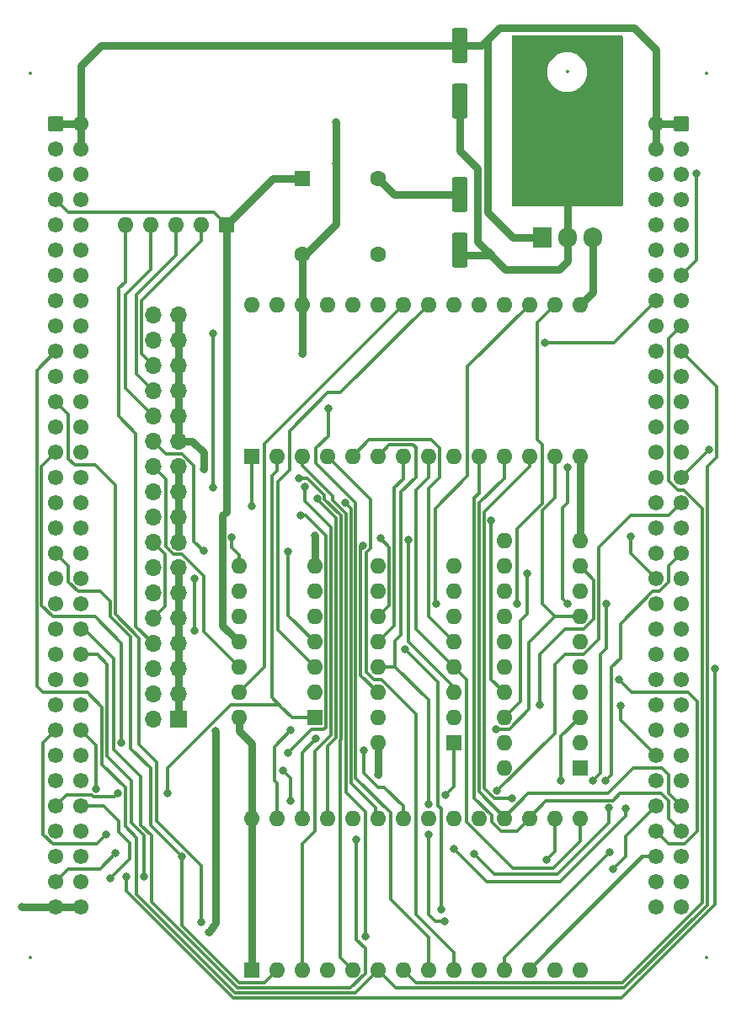
<source format=gtl>
%TF.GenerationSoftware,KiCad,Pcbnew,8.0.5+1*%
%TF.CreationDate,2024-11-07T11:26:01+01:00*%
%TF.ProjectId,QL_MiniTrump3,514c5f4d-696e-4695-9472-756d70332e6b,02*%
%TF.SameCoordinates,Original*%
%TF.FileFunction,Copper,L1,Top*%
%TF.FilePolarity,Positive*%
%FSLAX46Y46*%
G04 Gerber Fmt 4.6, Leading zero omitted, Abs format (unit mm)*
G04 Created by KiCad (PCBNEW 8.0.5+1) date 2024-11-07 11:26:01*
%MOMM*%
%LPD*%
G01*
G04 APERTURE LIST*
G04 Aperture macros list*
%AMRoundRect*
0 Rectangle with rounded corners*
0 $1 Rounding radius*
0 $2 $3 $4 $5 $6 $7 $8 $9 X,Y pos of 4 corners*
0 Add a 4 corners polygon primitive as box body*
4,1,4,$2,$3,$4,$5,$6,$7,$8,$9,$2,$3,0*
0 Add four circle primitives for the rounded corners*
1,1,$1+$1,$2,$3*
1,1,$1+$1,$4,$5*
1,1,$1+$1,$6,$7*
1,1,$1+$1,$8,$9*
0 Add four rect primitives between the rounded corners*
20,1,$1+$1,$2,$3,$4,$5,0*
20,1,$1+$1,$4,$5,$6,$7,0*
20,1,$1+$1,$6,$7,$8,$9,0*
20,1,$1+$1,$8,$9,$2,$3,0*%
G04 Aperture macros list end*
%TA.AperFunction,ComponentPad*%
%ADD10R,1.905000X2.000000*%
%TD*%
%TA.AperFunction,ComponentPad*%
%ADD11O,1.905000X2.000000*%
%TD*%
%TA.AperFunction,ComponentPad*%
%ADD12R,1.600000X1.600000*%
%TD*%
%TA.AperFunction,ComponentPad*%
%ADD13O,1.600000X1.600000*%
%TD*%
%TA.AperFunction,ComponentPad*%
%ADD14RoundRect,0.249999X-0.525001X0.525001X-0.525001X-0.525001X0.525001X-0.525001X0.525001X0.525001X0*%
%TD*%
%TA.AperFunction,ComponentPad*%
%ADD15C,1.550000*%
%TD*%
%TA.AperFunction,ComponentPad*%
%ADD16R,1.700000X1.700000*%
%TD*%
%TA.AperFunction,ComponentPad*%
%ADD17O,1.700000X1.700000*%
%TD*%
%TA.AperFunction,ComponentPad*%
%ADD18RoundRect,0.249999X0.525001X-0.525001X0.525001X0.525001X-0.525001X0.525001X-0.525001X-0.525001X0*%
%TD*%
%TA.AperFunction,SMDPad,CuDef*%
%ADD19RoundRect,0.250000X-0.550000X1.500000X-0.550000X-1.500000X0.550000X-1.500000X0.550000X1.500000X0*%
%TD*%
%TA.AperFunction,ComponentPad*%
%ADD20C,1.600000*%
%TD*%
%TA.AperFunction,ViaPad*%
%ADD21C,0.800000*%
%TD*%
%TA.AperFunction,Conductor*%
%ADD22C,0.750000*%
%TD*%
%TA.AperFunction,Conductor*%
%ADD23C,0.350000*%
%TD*%
%ADD24C,0.350000*%
G04 APERTURE END LIST*
D10*
%TO.P,U18,1,VI*%
%TO.N,+9V*%
X182372000Y-65913000D03*
D11*
%TO.P,U18,2,GND*%
%TO.N,GND*%
X184912000Y-65913000D03*
%TO.P,U18,3,VO*%
%TO.N,+5V*%
X187452000Y-65913000D03*
%TD*%
D12*
%TO.P,U14,1,VPP*%
%TO.N,+5V*%
X153162000Y-139573000D03*
D13*
%TO.P,U14,2,A12*%
%TO.N,/A12*%
X155702000Y-139573000D03*
%TO.P,U14,3,A7*%
%TO.N,/A7*%
X158242000Y-139573000D03*
%TO.P,U14,4,A6*%
%TO.N,/A6*%
X160782000Y-139573000D03*
%TO.P,U14,5,A5*%
%TO.N,/A5*%
X163322000Y-139573000D03*
%TO.P,U14,6,A4*%
%TO.N,/A4*%
X165862000Y-139573000D03*
%TO.P,U14,7,A3*%
%TO.N,/A3*%
X168402000Y-139573000D03*
%TO.P,U14,8,A2*%
%TO.N,/A2*%
X170942000Y-139573000D03*
%TO.P,U14,9,A1*%
%TO.N,/A1*%
X173482000Y-139573000D03*
%TO.P,U14,10,A0*%
%TO.N,/A0*%
X176022000Y-139573000D03*
%TO.P,U14,11,D0*%
%TO.N,/D0*%
X178562000Y-139573000D03*
%TO.P,U14,12,D1*%
%TO.N,/D1*%
X181102000Y-139573000D03*
%TO.P,U14,13,D2*%
%TO.N,/D2*%
X183642000Y-139573000D03*
%TO.P,U14,14,GND*%
%TO.N,GND*%
X186182000Y-139573000D03*
%TO.P,U14,15,D3*%
%TO.N,/D3*%
X186182000Y-124333000D03*
%TO.P,U14,16,D4*%
%TO.N,/D4*%
X183642000Y-124333000D03*
%TO.P,U14,17,D5*%
%TO.N,/D5*%
X181102000Y-124333000D03*
%TO.P,U14,18,D6*%
%TO.N,/D6*%
X178562000Y-124333000D03*
%TO.P,U14,19,D7*%
%TO.N,/D7*%
X176022000Y-124333000D03*
%TO.P,U14,20,~{CE}*%
%TO.N,/ROM_CE*%
X173482000Y-124333000D03*
%TO.P,U14,21,A10*%
%TO.N,/A10*%
X170942000Y-124333000D03*
%TO.P,U14,22,~{OE}*%
%TO.N,/ROM_OE*%
X168402000Y-124333000D03*
%TO.P,U14,23,A11*%
%TO.N,/A11*%
X165862000Y-124333000D03*
%TO.P,U14,24,A9*%
%TO.N,/A9*%
X163322000Y-124333000D03*
%TO.P,U14,25,A8*%
%TO.N,/A8*%
X160782000Y-124333000D03*
%TO.P,U14,26,A13*%
%TO.N,/A13*%
X158242000Y-124333000D03*
%TO.P,U14,27,A14*%
%TO.N,/A14*%
X155702000Y-124333000D03*
%TO.P,U14,28,VCC*%
%TO.N,+5V*%
X153162000Y-124333000D03*
%TD*%
D14*
%TO.P,J1,a1,Vin*%
%TO.N,+9V*%
X133477000Y-54483000D03*
D15*
%TO.P,J1,a2,-12V*%
%TO.N,unconnected-(J1--12V-Pada2)*%
X133477000Y-57023000D03*
%TO.P,J1,a3,+12V*%
%TO.N,unconnected-(J1-+12V-Pada3)*%
X133477000Y-59563000D03*
%TO.P,J1,a4,SP0*%
%TO.N,+5V*%
X133477000Y-62103000D03*
%TO.P,J1,a5,SP1*%
%TO.N,/SP1*%
X133477000Y-64643000D03*
%TO.P,J1,a6,~{DSMC}*%
%TO.N,/DSMC*%
X133477000Y-67183000D03*
%TO.P,J1,a7,SP2*%
%TO.N,/SP2*%
X133477000Y-69723000D03*
%TO.P,J1,a8,~{DBG}*%
%TO.N,unconnected-(J1-~{DBG}-Pada8)*%
X133477000Y-72263000D03*
%TO.P,J1,a9,A3*%
%TO.N,/A3*%
X133477000Y-74803000D03*
%TO.P,J1,a10,A4*%
%TO.N,/A4*%
X133477000Y-77343000D03*
%TO.P,J1,a11,A5*%
%TO.N,/A5*%
X133477000Y-79883000D03*
%TO.P,J1,a12,A6*%
%TO.N,/A6*%
X133477000Y-82423000D03*
%TO.P,J1,a13,A7*%
%TO.N,/A7*%
X133477000Y-84963000D03*
%TO.P,J1,a14,A8*%
%TO.N,/A8*%
X133477000Y-87503000D03*
%TO.P,J1,a15,A9*%
%TO.N,/A9*%
X133477000Y-90043000D03*
%TO.P,J1,a16,A10*%
%TO.N,/A10*%
X133477000Y-92583000D03*
%TO.P,J1,a17,A11*%
%TO.N,/A11*%
X133477000Y-95123000D03*
%TO.P,J1,a18,A12*%
%TO.N,/A12*%
X133477000Y-97663000D03*
%TO.P,J1,a19,A13*%
%TO.N,/A13*%
X133477000Y-100203000D03*
%TO.P,J1,a20,A14*%
%TO.N,/A14*%
X133477000Y-102743000D03*
%TO.P,J1,a21,RED*%
%TO.N,unconnected-(J1-RED-Pada21)*%
X133477000Y-105283000D03*
%TO.P,J1,a22,CLKCPU*%
%TO.N,unconnected-(J1-CLKCPU-Pada22)*%
X133477000Y-107823000D03*
%TO.P,J1,a23,A16*%
%TO.N,/A16*%
X133477000Y-110363000D03*
%TO.P,J1,a24,A17*%
%TO.N,/A17*%
X133477000Y-112903000D03*
%TO.P,J1,a25,A18*%
%TO.N,/A18*%
X133477000Y-115443000D03*
%TO.P,J1,a26,A19*%
%TO.N,/A19*%
X133477000Y-117983000D03*
%TO.P,J1,a27,D7*%
%TO.N,/D7*%
X133477000Y-120523000D03*
%TO.P,J1,a28,D6*%
%TO.N,/D6*%
X133477000Y-123063000D03*
%TO.P,J1,a29,D5*%
%TO.N,/D5*%
X133477000Y-125603000D03*
%TO.P,J1,a30,D4*%
%TO.N,/D4*%
X133477000Y-128143000D03*
%TO.P,J1,a31,D3*%
%TO.N,/D3*%
X133477000Y-130683000D03*
%TO.P,J1,a32,GND*%
%TO.N,GND*%
X133477000Y-133223000D03*
%TO.P,J1,b1,Vin*%
%TO.N,+9V*%
X136017000Y-54483000D03*
%TO.P,J1,b2,Vin*%
X136017000Y-57023000D03*
%TO.P,J1,b3,~{EXTINT}*%
%TO.N,/EXTINTL*%
X136017000Y-59563000D03*
%TO.P,J1,b4,~{IPL1}*%
%TO.N,unconnected-(J1-~{IPL1}-Padb4)*%
X136017000Y-62103000D03*
%TO.P,J1,b5,~{BERR}*%
%TO.N,Net-(J1-~{BERR})*%
X136017000Y-64643000D03*
%TO.P,J1,b6,~{IPLO}*%
%TO.N,unconnected-(J1-~{IPLO}-Padb6)*%
X136017000Y-67183000D03*
%TO.P,J1,b7,SP3*%
%TO.N,/SP3*%
X136017000Y-69723000D03*
%TO.P,J1,b8,A2*%
%TO.N,/A2*%
X136017000Y-72263000D03*
%TO.P,J1,b9,G9*%
%TO.N,/A1*%
X136017000Y-74803000D03*
%TO.P,J1,b10,ROMOEH*%
%TO.N,unconnected-(J1-ROMOEH-Padb10)*%
X136017000Y-77343000D03*
%TO.P,J1,b11,A0*%
%TO.N,/A0*%
X136017000Y-79883000D03*
%TO.P,J1,b12,FC0*%
%TO.N,unconnected-(J1-FC0-Padb12)*%
X136017000Y-82423000D03*
%TO.P,J1,b13,FC1*%
%TO.N,unconnected-(J1-FC1-Padb13)*%
X136017000Y-84963000D03*
%TO.P,J1,b14,FC2*%
%TO.N,unconnected-(J1-FC2-Padb14)*%
X136017000Y-87503000D03*
%TO.P,J1,b15,BLUE*%
%TO.N,unconnected-(J1-BLUE-Padb15)*%
X136017000Y-90043000D03*
%TO.P,J1,b16,GREEN*%
%TO.N,unconnected-(J1-GREEN-Padb16)*%
X136017000Y-92583000D03*
%TO.P,J1,b17,~{VPA}*%
%TO.N,/VPA*%
X136017000Y-95123000D03*
%TO.P,J1,b18,VSYNCH*%
%TO.N,unconnected-(J1-VSYNCH-Padb18)*%
X136017000Y-97663000D03*
%TO.P,J1,b19,E*%
%TO.N,/E*%
X136017000Y-100203000D03*
%TO.P,J1,b20,~{CSYNC}*%
%TO.N,unconnected-(J1-~{CSYNC}-Padb20)*%
X136017000Y-102743000D03*
%TO.P,J1,b21,~{RESETCPU}*%
%TO.N,/RESET*%
X136017000Y-105283000D03*
%TO.P,J1,b22,A15*%
%TO.N,/A15*%
X136017000Y-107823000D03*
%TO.P,J1,b23,~{BR}*%
%TO.N,unconnected-(J1-~{BR}-Padb23)*%
X136017000Y-110363000D03*
%TO.P,J1,b24,~{BG}*%
%TO.N,unconnected-(J1-~{BG}-Padb24)*%
X136017000Y-112903000D03*
%TO.P,J1,b25,~{DTACK}*%
%TO.N,/DTACKL*%
X136017000Y-115443000D03*
%TO.P,J1,b26,~{DRW}*%
%TO.N,/RW*%
X136017000Y-117983000D03*
%TO.P,J1,b27,~{DS}*%
%TO.N,/DS*%
X136017000Y-120523000D03*
%TO.P,J1,b28,~{AS}*%
%TO.N,/AS*%
X136017000Y-123063000D03*
%TO.P,J1,b29,D0*%
%TO.N,/D0*%
X136017000Y-125603000D03*
%TO.P,J1,b30,D1*%
%TO.N,/D1*%
X136017000Y-128143000D03*
%TO.P,J1,b31,D2*%
%TO.N,/D2*%
X136017000Y-130683000D03*
%TO.P,J1,b32,GND*%
%TO.N,GND*%
X136017000Y-133223000D03*
%TD*%
D16*
%TO.P,J2,1,Pin_1*%
%TO.N,GND*%
X145796000Y-114300000D03*
D17*
%TO.P,J2,2,Pin_2*%
%TO.N,unconnected-(J2-Pin_2-Pad2)*%
X143256000Y-114300000D03*
%TO.P,J2,3,Pin_3*%
%TO.N,GND*%
X145796000Y-111760000D03*
%TO.P,J2,4,Pin_4*%
%TO.N,unconnected-(J2-Pin_4-Pad4)*%
X143256000Y-111760000D03*
%TO.P,J2,5,Pin_5*%
%TO.N,GND*%
X145796000Y-109220000D03*
%TO.P,J2,6,Pin_6*%
%TO.N,unconnected-(J2-Pin_6-Pad6)*%
X143256000Y-109220000D03*
%TO.P,J2,7,Pin_7*%
%TO.N,GND*%
X145796000Y-106680000D03*
%TO.P,J2,8,Pin_8*%
%TO.N,/FDC_IP*%
X143256000Y-106680000D03*
%TO.P,J2,9,Pin_9*%
%TO.N,GND*%
X145796000Y-104140000D03*
%TO.P,J2,10,Pin_10*%
%TO.N,/MOTOR_ON*%
X143256000Y-104140000D03*
%TO.P,J2,11,Pin_11*%
%TO.N,GND*%
X145796000Y-101600000D03*
%TO.P,J2,12,Pin_12*%
%TO.N,/DS1*%
X143256000Y-101600000D03*
%TO.P,J2,13,Pin_13*%
%TO.N,GND*%
X145796000Y-99060000D03*
%TO.P,J2,14,Pin_14*%
%TO.N,/DS0*%
X143256000Y-99060000D03*
%TO.P,J2,15,Pin_15*%
%TO.N,GND*%
X145796000Y-96520000D03*
%TO.P,J2,16,Pin_16*%
%TO.N,/MOTOR_ON*%
X143256000Y-96520000D03*
%TO.P,J2,17,Pin_17*%
%TO.N,GND*%
X145796000Y-93980000D03*
%TO.P,J2,18,Pin_18*%
%TO.N,/DIR*%
X143256000Y-93980000D03*
%TO.P,J2,19,Pin_19*%
%TO.N,GND*%
X145796000Y-91440000D03*
%TO.P,J2,20,Pin_20*%
%TO.N,/STEP*%
X143256000Y-91440000D03*
%TO.P,J2,21,Pin_21*%
%TO.N,GND*%
X145796000Y-88900000D03*
%TO.P,J2,22,Pin_22*%
%TO.N,/DATA_WR*%
X143256000Y-88900000D03*
%TO.P,J2,23,Pin_23*%
%TO.N,GND*%
X145796000Y-86360000D03*
%TO.P,J2,24,Pin_24*%
%TO.N,/GATE_WR*%
X143256000Y-86360000D03*
%TO.P,J2,25,Pin_25*%
%TO.N,GND*%
X145796000Y-83820000D03*
%TO.P,J2,26,Pin_26*%
%TO.N,/FDC_T0*%
X143256000Y-83820000D03*
%TO.P,J2,27,Pin_27*%
%TO.N,GND*%
X145796000Y-81280000D03*
%TO.P,J2,28,Pin_28*%
%TO.N,/FDC_WPRT*%
X143256000Y-81280000D03*
%TO.P,J2,29,Pin_29*%
%TO.N,GND*%
X145796000Y-78740000D03*
%TO.P,J2,30,Pin_30*%
%TO.N,/FDC_RD*%
X143256000Y-78740000D03*
%TO.P,J2,31,Pin_31*%
%TO.N,GND*%
X145796000Y-76200000D03*
%TO.P,J2,32,Pin_32*%
%TO.N,/HEAD*%
X143256000Y-76200000D03*
%TO.P,J2,33,Pin_33*%
%TO.N,GND*%
X145796000Y-73660000D03*
%TO.P,J2,34,Pin_34*%
%TO.N,unconnected-(J2-Pin_34-Pad34)*%
X143256000Y-73660000D03*
%TD*%
D18*
%TO.P,J3,a1,Vin*%
%TO.N,+9V*%
X196342000Y-54483000D03*
D15*
%TO.P,J3,a2,-12V*%
%TO.N,unconnected-(J3--12V-Pada2)*%
X196342000Y-57023000D03*
%TO.P,J3,a3,+12V*%
%TO.N,unconnected-(J3-+12V-Pada3)*%
X196342000Y-59563000D03*
%TO.P,J3,a4,SP0*%
%TO.N,/SP0*%
X196342000Y-62103000D03*
%TO.P,J3,a5,SP1*%
%TO.N,/SP1*%
X196342000Y-64643000D03*
%TO.P,J3,a6,~{DSMC}*%
%TO.N,/DSMC*%
X196342000Y-67183000D03*
%TO.P,J3,a7,SP2*%
%TO.N,/SP2*%
X196342000Y-69723000D03*
%TO.P,J3,a8,~{DBG}*%
%TO.N,unconnected-(J3-~{DBG}-Pada8)*%
X196342000Y-72263000D03*
%TO.P,J3,a9,A3*%
%TO.N,/A3*%
X196342000Y-74803000D03*
%TO.P,J3,a10,A4*%
%TO.N,/A4*%
X196342000Y-77343000D03*
%TO.P,J3,a11,A5*%
%TO.N,/A5*%
X196342000Y-79883000D03*
%TO.P,J3,a12,A6*%
%TO.N,/A6*%
X196342000Y-82423000D03*
%TO.P,J3,a13,A7*%
%TO.N,/A7*%
X196342000Y-84963000D03*
%TO.P,J3,a14,A8*%
%TO.N,/A8*%
X196342000Y-87503000D03*
%TO.P,J3,a15,A9*%
%TO.N,/A9*%
X196342000Y-90043000D03*
%TO.P,J3,a16,A10*%
%TO.N,/A10*%
X196342000Y-92583000D03*
%TO.P,J3,a17,A11*%
%TO.N,/A11*%
X196342000Y-95123000D03*
%TO.P,J3,a18,A12*%
%TO.N,/A12*%
X196342000Y-97663000D03*
%TO.P,J3,a19,A13*%
%TO.N,/A13*%
X196342000Y-100203000D03*
%TO.P,J3,a20,A14*%
%TO.N,/A14*%
X196342000Y-102743000D03*
%TO.P,J3,a21,RED*%
%TO.N,unconnected-(J3-RED-Pada21)*%
X196342000Y-105283000D03*
%TO.P,J3,a22,CLKCPU*%
%TO.N,unconnected-(J3-CLKCPU-Pada22)*%
X196342000Y-107823000D03*
%TO.P,J3,a23,A16*%
%TO.N,/A16*%
X196342000Y-110363000D03*
%TO.P,J3,a24,A17*%
%TO.N,/A17*%
X196342000Y-112903000D03*
%TO.P,J3,a25,A18*%
%TO.N,/A18*%
X196342000Y-115443000D03*
%TO.P,J3,a26,A19*%
%TO.N,/A19*%
X196342000Y-117983000D03*
%TO.P,J3,a27,D7*%
%TO.N,/D7*%
X196342000Y-120523000D03*
%TO.P,J3,a28,D6*%
%TO.N,/D6*%
X196342000Y-123063000D03*
%TO.P,J3,a29,D5*%
%TO.N,/D5*%
X196342000Y-125603000D03*
%TO.P,J3,a30,D4*%
%TO.N,/D4*%
X196342000Y-128143000D03*
%TO.P,J3,a31,D3*%
%TO.N,/D3*%
X196342000Y-130683000D03*
%TO.P,J3,a32,GND*%
%TO.N,GND*%
X196342000Y-133223000D03*
%TO.P,J3,b1,Vin*%
%TO.N,+9V*%
X193802000Y-54483000D03*
%TO.P,J3,b2,Vin*%
X193802000Y-57023000D03*
%TO.P,J3,b3,~{EXTINT}*%
%TO.N,/EXTINTL*%
X193802000Y-59563000D03*
%TO.P,J3,b4,~{IPL1}*%
%TO.N,unconnected-(J3-~{IPL1}-Padb4)*%
X193802000Y-62103000D03*
%TO.P,J3,b5,~{BERR}*%
%TO.N,unconnected-(J3-~{BERR}-Padb5)*%
X193802000Y-64643000D03*
%TO.P,J3,b6,~{IPLO}*%
%TO.N,unconnected-(J3-~{IPLO}-Padb6)*%
X193802000Y-67183000D03*
%TO.P,J3,b7,SP3*%
%TO.N,/SP3*%
X193802000Y-69723000D03*
%TO.P,J3,b8,A2*%
%TO.N,/A2*%
X193802000Y-72263000D03*
%TO.P,J3,b9,G9*%
%TO.N,/A1*%
X193802000Y-74803000D03*
%TO.P,J3,b10,ROMOEH*%
%TO.N,unconnected-(J3-ROMOEH-Padb10)*%
X193802000Y-77343000D03*
%TO.P,J3,b11,A0*%
%TO.N,/A0*%
X193802000Y-79883000D03*
%TO.P,J3,b12,FC0*%
%TO.N,unconnected-(J3-FC0-Padb12)*%
X193802000Y-82423000D03*
%TO.P,J3,b13,FC1*%
%TO.N,unconnected-(J3-FC1-Padb13)*%
X193802000Y-84963000D03*
%TO.P,J3,b14,FC2*%
%TO.N,unconnected-(J3-FC2-Padb14)*%
X193802000Y-87503000D03*
%TO.P,J3,b15,BLUE*%
%TO.N,unconnected-(J3-BLUE-Padb15)*%
X193802000Y-90043000D03*
%TO.P,J3,b16,GREEN*%
%TO.N,unconnected-(J3-GREEN-Padb16)*%
X193802000Y-92583000D03*
%TO.P,J3,b17,~{VPA}*%
%TO.N,/VPA*%
X193802000Y-95123000D03*
%TO.P,J3,b18,VSYNCH*%
%TO.N,unconnected-(J3-VSYNCH-Padb18)*%
X193802000Y-97663000D03*
%TO.P,J3,b19,E*%
%TO.N,/E*%
X193802000Y-100203000D03*
%TO.P,J3,b20,~{CSYNC}*%
%TO.N,unconnected-(J3-~{CSYNC}-Padb20)*%
X193802000Y-102743000D03*
%TO.P,J3,b21,~{RESETCPU}*%
%TO.N,/RESET*%
X193802000Y-105283000D03*
%TO.P,J3,b22,A15*%
%TO.N,/A15*%
X193802000Y-107823000D03*
%TO.P,J3,b23,~{BR}*%
%TO.N,unconnected-(J3-~{BR}-Padb23)*%
X193802000Y-110363000D03*
%TO.P,J3,b24,~{BG}*%
%TO.N,unconnected-(J3-~{BG}-Padb24)*%
X193802000Y-112903000D03*
%TO.P,J3,b25,~{DTACK}*%
%TO.N,/DTACKL*%
X193802000Y-115443000D03*
%TO.P,J3,b26,~{DRW}*%
%TO.N,/RW*%
X193802000Y-117983000D03*
%TO.P,J3,b27,~{DS}*%
%TO.N,/DS*%
X193802000Y-120523000D03*
%TO.P,J3,b28,~{AS}*%
%TO.N,/AS*%
X193802000Y-123063000D03*
%TO.P,J3,b29,D0*%
%TO.N,/D0*%
X193802000Y-125603000D03*
%TO.P,J3,b30,D1*%
%TO.N,/D1*%
X193802000Y-128143000D03*
%TO.P,J3,b31,D2*%
%TO.N,/D2*%
X193802000Y-130683000D03*
%TO.P,J3,b32,GND*%
%TO.N,GND*%
X193802000Y-133223000D03*
%TD*%
D12*
%TO.P,U13,1,~{CS}*%
%TO.N,/FDCON_CS*%
X153162000Y-87889000D03*
D13*
%TO.P,U13,2,R/~{W}*%
%TO.N,/RW*%
X155702000Y-87889000D03*
%TO.P,U13,3,A0*%
%TO.N,/A0*%
X158242000Y-87889000D03*
%TO.P,U13,4,A1*%
%TO.N,/A1*%
X160782000Y-87889000D03*
%TO.P,U13,5,DI0*%
%TO.N,/D0*%
X163322000Y-87889000D03*
%TO.P,U13,6,DI1*%
%TO.N,/D1*%
X165862000Y-87889000D03*
%TO.P,U13,7,DI2*%
%TO.N,/D2*%
X168402000Y-87889000D03*
%TO.P,U13,8,DI3*%
%TO.N,/D3*%
X170942000Y-87889000D03*
%TO.P,U13,9,DI4*%
%TO.N,/D4*%
X173482000Y-87889000D03*
%TO.P,U13,10,DI5*%
%TO.N,/D5*%
X176022000Y-87889000D03*
%TO.P,U13,11,DI6*%
%TO.N,/D6*%
X178562000Y-87889000D03*
%TO.P,U13,12,DI7*%
%TO.N,/D7*%
X181102000Y-87889000D03*
%TO.P,U13,13,~{MR}*%
%TO.N,/RESET*%
X183642000Y-87889000D03*
%TO.P,U13,14,GND*%
%TO.N,GND*%
X186182000Y-87889000D03*
%TO.P,U13,15,VCC*%
%TO.N,+5V*%
X186182000Y-72649000D03*
%TO.P,U13,16,STEP*%
%TO.N,/FDC_STEP*%
X183642000Y-72649000D03*
%TO.P,U13,17,DIRC*%
%TO.N,/FDC_DIR*%
X181102000Y-72649000D03*
%TO.P,U13,18,CLK*%
%TO.N,Net-(U13-CLK)*%
X178562000Y-72649000D03*
%TO.P,U13,19,~{RD}*%
%TO.N,/FDC_RD*%
X176022000Y-72649000D03*
%TO.P,U13,20,MOTOR*%
%TO.N,unconnected-(U13-MOTOR-Pad20)*%
X173482000Y-72649000D03*
%TO.P,U13,21,WG*%
%TO.N,/FDC_WG*%
X170942000Y-72649000D03*
%TO.P,U13,22,WD*%
%TO.N,/FDC_WD*%
X168402000Y-72649000D03*
%TO.P,U13,23,~{TR00}*%
%TO.N,/FDC_T0*%
X165862000Y-72649000D03*
%TO.P,U13,24,~{IP}*%
%TO.N,/FDC_IP*%
X163322000Y-72649000D03*
%TO.P,U13,25,~{WPRT}*%
%TO.N,/FDC_WPRT*%
X160782000Y-72649000D03*
%TO.P,U13,26,~{DDEN}*%
%TO.N,GND*%
X158242000Y-72649000D03*
%TO.P,U13,27,DRQ*%
%TO.N,unconnected-(U13-DRQ-Pad27)*%
X155702000Y-72649000D03*
%TO.P,U13,28,INTRQ*%
%TO.N,unconnected-(U13-INTRQ-Pad28)*%
X153162000Y-72649000D03*
%TD*%
D19*
%TO.P,C16,1*%
%TO.N,+5V*%
X174117000Y-61583000D03*
%TO.P,C16,2*%
%TO.N,GND*%
X174117000Y-67183000D03*
%TD*%
D12*
%TO.P,U1,1,I1/CLK*%
%TO.N,/DS*%
X186182000Y-119253000D03*
D13*
%TO.P,U1,2,I2*%
%TO.N,/A19*%
X186182000Y-116713000D03*
%TO.P,U1,3,I3*%
%TO.N,/A18*%
X186182000Y-114173000D03*
%TO.P,U1,4,I4*%
%TO.N,/A17*%
X186182000Y-111633000D03*
%TO.P,U1,5,I5*%
%TO.N,/A16*%
X186182000Y-109093000D03*
%TO.P,U1,6,I6*%
%TO.N,/A15*%
X186182000Y-106553000D03*
%TO.P,U1,7,I7*%
%TO.N,/RESET*%
X186182000Y-104013000D03*
%TO.P,U1,8,I8*%
%TO.N,/A14*%
X186182000Y-101473000D03*
%TO.P,U1,9,I9*%
%TO.N,/A13*%
X186182000Y-98933000D03*
%TO.P,U1,10,GND*%
%TO.N,GND*%
X186182000Y-96393000D03*
%TO.P,U1,11,I10/~{OE}*%
%TO.N,/MUX*%
X178562000Y-96393000D03*
%TO.P,U1,12,IO8*%
%TO.N,Net-(D1-A)*%
X178562000Y-98933000D03*
%TO.P,U1,13,IO7*%
%TO.N,/P13*%
X178562000Y-101473000D03*
%TO.P,U1,14,IO6*%
%TO.N,/CLKCT*%
X178562000Y-104013000D03*
%TO.P,U1,15,IO5*%
%TO.N,/MA8*%
X178562000Y-106553000D03*
%TO.P,U1,16,IO4*%
%TO.N,unconnected-(U1-IO4-Pad16)*%
X178562000Y-109093000D03*
%TO.P,U1,17,I03*%
%TO.N,/FDCON_CS*%
X178562000Y-111633000D03*
%TO.P,U1,18,IO2*%
%TO.N,/CS175*%
X178562000Y-114173000D03*
%TO.P,U1,19,IO1*%
%TO.N,/ROM_CE*%
X178562000Y-116713000D03*
%TO.P,U1,20,VCC*%
%TO.N,+5V*%
X178562000Y-119253000D03*
%TD*%
D12*
%TO.P,U17,1,~{Mr}*%
%TO.N,/RESET*%
X173482000Y-116713000D03*
D13*
%TO.P,U17,2,Q0*%
%TO.N,unconnected-(U17-Q0-Pad2)*%
X173482000Y-114173000D03*
%TO.P,U17,3,~{Q0}*%
%TO.N,/HEAD*%
X173482000Y-111633000D03*
%TO.P,U17,4,D0*%
%TO.N,/D3*%
X173482000Y-109093000D03*
%TO.P,U17,5,D1*%
%TO.N,/D0*%
X173482000Y-106553000D03*
%TO.P,U17,6,~{Q1}*%
%TO.N,/DS1*%
X173482000Y-104013000D03*
%TO.P,U17,7,Q1*%
%TO.N,unconnected-(U17-Q1-Pad7)*%
X173482000Y-101473000D03*
%TO.P,U17,8,GND*%
%TO.N,GND*%
X173482000Y-98933000D03*
%TO.P,U17,9,Cp*%
%TO.N,/CS175*%
X165862000Y-98933000D03*
%TO.P,U17,10,Q2*%
%TO.N,unconnected-(U17-Q2-Pad10)*%
X165862000Y-101473000D03*
%TO.P,U17,11,~{Q2}*%
%TO.N,/MOTOR_ON*%
X165862000Y-104013000D03*
%TO.P,U17,12,D2*%
%TO.N,/D2*%
X165862000Y-106553000D03*
%TO.P,U17,13,D3*%
%TO.N,/D1*%
X165862000Y-109093000D03*
%TO.P,U17,14,~{Q3}*%
%TO.N,/DS0*%
X165862000Y-111633000D03*
%TO.P,U17,15,Q3*%
%TO.N,unconnected-(U17-Q3-Pad15)*%
X165862000Y-114173000D03*
%TO.P,U17,16,VCC*%
%TO.N,+5V*%
X165862000Y-116713000D03*
%TD*%
D12*
%TO.P,U15,1*%
%TO.N,/RW*%
X159512000Y-114173000D03*
D13*
%TO.P,U15,2*%
%TO.N,/ROM_OE*%
X159512000Y-111633000D03*
%TO.P,U15,3*%
%TO.N,/FDC_WG*%
X159512000Y-109093000D03*
%TO.P,U15,4*%
%TO.N,/GATE_WR*%
X159512000Y-106553000D03*
%TO.P,U15,5*%
%TO.N,/FDC_DIR*%
X159512000Y-104013000D03*
%TO.P,U15,6*%
%TO.N,/DIR*%
X159512000Y-101473000D03*
%TO.P,U15,7,GND*%
%TO.N,GND*%
X159512000Y-98933000D03*
%TO.P,U15,8*%
%TO.N,/STEP*%
X151892000Y-98933000D03*
%TO.P,U15,9*%
%TO.N,/FDC_STEP*%
X151892000Y-101473000D03*
%TO.P,U15,10*%
%TO.N,unconnected-(U15-Pad10)*%
X151892000Y-104013000D03*
%TO.P,U15,11*%
%TO.N,+5V*%
X151892000Y-106553000D03*
%TO.P,U15,12*%
%TO.N,/DATA_WR*%
X151892000Y-109093000D03*
%TO.P,U15,13*%
%TO.N,/FDC_WD*%
X151892000Y-111633000D03*
%TO.P,U15,14,VCC*%
%TO.N,+5V*%
X151892000Y-114173000D03*
%TD*%
D12*
%TO.P,X1,1,EN*%
%TO.N,+5V*%
X158242000Y-59944000D03*
D20*
%TO.P,X1,4,GND*%
%TO.N,GND*%
X158242000Y-67564000D03*
%TO.P,X1,5,OUT*%
%TO.N,Net-(U13-CLK)*%
X165862000Y-67564000D03*
%TO.P,X1,8,Vcc*%
%TO.N,+5V*%
X165862000Y-59944000D03*
%TD*%
D12*
%TO.P,RN1,1,common*%
%TO.N,+5V*%
X150622000Y-64643000D03*
D13*
%TO.P,RN1,2,R1*%
%TO.N,/FDC_RD*%
X148082000Y-64643000D03*
%TO.P,RN1,3,R2*%
%TO.N,/FDC_WPRT*%
X145542000Y-64643000D03*
%TO.P,RN1,4,R3*%
%TO.N,/FDC_T0*%
X143002000Y-64643000D03*
%TO.P,RN1,5,R4*%
%TO.N,/FDC_IP*%
X140462000Y-64643000D03*
%TD*%
D19*
%TO.P,C14,1*%
%TO.N,+9V*%
X174117000Y-46603000D03*
%TO.P,C14,2*%
%TO.N,GND*%
X174117000Y-52203000D03*
%TD*%
D21*
%TO.N,GND*%
X158242000Y-77597000D03*
X161644600Y-54329600D03*
X148844000Y-135763000D03*
X130048000Y-133223000D03*
X148353500Y-89174900D03*
X159512000Y-95834600D03*
X161644600Y-58410200D03*
X149571900Y-115504000D03*
%TO.N,/SP2*%
X197899900Y-59483100D03*
%TO.N,/A5*%
X157902400Y-90104300D03*
%TO.N,/A6*%
X148082000Y-134742600D03*
%TO.N,/A7*%
X158564400Y-90943300D03*
%TO.N,/A8*%
X159784000Y-92118800D03*
X140074500Y-116713000D03*
%TO.N,/A9*%
X199136000Y-87249000D03*
%TO.N,/A10*%
X177873300Y-121544500D03*
X156337000Y-119507000D03*
X157099000Y-122555000D03*
%TO.N,/A11*%
X162592900Y-92568900D03*
%TO.N,/A12*%
X146177000Y-128143000D03*
X188722000Y-120523000D03*
%TO.N,/A13*%
X182118000Y-112903000D03*
X159645600Y-116280900D03*
%TO.N,/A14*%
X157089900Y-115443000D03*
%TO.N,/A18*%
X184302000Y-120523000D03*
X138572000Y-125953000D03*
%TO.N,/D7*%
X173482000Y-127381000D03*
X190754000Y-123317000D03*
X179324000Y-122291250D03*
%TO.N,/D6*%
X139737000Y-121793000D03*
%TO.N,/D4*%
X187452000Y-120523000D03*
X188812000Y-102743000D03*
X182833300Y-128427100D03*
X184912000Y-89027000D03*
X184912000Y-102743000D03*
%TO.N,/D3*%
X139502000Y-127833000D03*
%TO.N,/A2*%
X182626000Y-76454000D03*
X160893800Y-83058000D03*
%TO.N,/A0*%
X164592000Y-136144000D03*
%TO.N,/E*%
X191262000Y-95928400D03*
X156845000Y-117729000D03*
X158114000Y-93849600D03*
%TO.N,/RESET*%
X177781200Y-115317400D03*
X172668400Y-121953600D03*
X163720500Y-126452200D03*
%TO.N,/A15*%
X140589000Y-130175000D03*
X199771000Y-109220000D03*
X142377400Y-130175000D03*
%TO.N,/RW*%
X144716500Y-121793000D03*
X190246000Y-112991300D03*
%TO.N,/DS*%
X175514000Y-127889000D03*
X189103000Y-123250600D03*
%TO.N,/D0*%
X189164900Y-127700100D03*
X190119000Y-110363000D03*
%TO.N,/D1*%
X170942000Y-122879800D03*
X172558100Y-134690800D03*
X170942000Y-125917800D03*
%TO.N,/D2*%
X172212000Y-133477000D03*
X168603600Y-107299100D03*
%TO.N,/AS*%
X138972000Y-130323000D03*
X189484000Y-129413000D03*
%TO.N,/MOTOR_ON*%
X166116000Y-96132700D03*
%TO.N,/STEP*%
X151197800Y-96016400D03*
%TO.N,/GATE_WR*%
X156851600Y-97464300D03*
X148336000Y-97372200D03*
%TO.N,/HEAD*%
X168910000Y-96291400D03*
X149276000Y-75572200D03*
X149301200Y-91059000D03*
%TO.N,/FDCON_CS*%
X153162000Y-92935900D03*
X177280400Y-94375100D03*
%TO.N,/DS0*%
X147447000Y-100203000D03*
X147447000Y-105401400D03*
X164377300Y-96871600D03*
%TO.N,/DTACKL*%
X137532000Y-121383000D03*
%TO.N,/CS175*%
X180898800Y-99695000D03*
%TO.N,+5V*%
X165862000Y-119888000D03*
%TO.N,/FDC_STEP*%
X179832000Y-102743000D03*
%TO.N,/ROM_OE*%
X164489400Y-117475000D03*
%TO.N,/FDC_DIR*%
X171704000Y-102743000D03*
%TD*%
D22*
%TO.N,GND*%
X175895000Y-66294000D02*
X177292000Y-67691000D01*
X145796000Y-78740000D02*
X145796000Y-76200000D01*
X184912000Y-66548000D02*
X184912000Y-68298000D01*
X186182000Y-96393000D02*
X186182000Y-87889000D01*
X159512000Y-98933000D02*
X159512000Y-95834600D01*
X145796000Y-86360000D02*
X147196000Y-86360000D01*
X177292000Y-67691000D02*
X174625000Y-67691000D01*
X145796000Y-81280000D02*
X145796000Y-78740000D01*
X145796000Y-91440000D02*
X145796000Y-88900000D01*
X161644600Y-64542400D02*
X161644600Y-58410200D01*
X145796000Y-111760000D02*
X145796000Y-109220000D01*
X158623000Y-67564000D02*
X161644600Y-64542400D01*
X158242000Y-67945000D02*
X158242000Y-72649000D01*
X145796000Y-106680000D02*
X145796000Y-104140000D01*
X184912000Y-68298000D02*
X184122000Y-69088000D01*
X136388000Y-133223000D02*
X133848000Y-133223000D01*
X145796000Y-104140000D02*
X145796000Y-101600000D01*
X145796000Y-86360000D02*
X145796000Y-83820000D01*
X174625000Y-67691000D02*
X174117000Y-67183000D01*
X184912000Y-60664600D02*
X184912000Y-65618000D01*
X178689000Y-69088000D02*
X175895000Y-66294000D01*
X161644600Y-54329600D02*
X161644600Y-58410200D01*
X147196000Y-86360000D02*
X148353500Y-87517500D01*
X184912000Y-65618000D02*
X184912000Y-66929000D01*
X145796000Y-76200000D02*
X145796000Y-73660000D01*
X145796000Y-96520000D02*
X145796000Y-93980000D01*
X145796000Y-83820000D02*
X145796000Y-81280000D01*
X148844000Y-135763000D02*
X149571900Y-134834100D01*
X145796000Y-109220000D02*
X145796000Y-106680000D01*
X145796000Y-114300000D02*
X145796000Y-111760000D01*
X174117000Y-57150000D02*
X175895000Y-58928000D01*
X175895000Y-58928000D02*
X175895000Y-66294000D01*
X158242000Y-77597000D02*
X158242000Y-72649000D01*
X148353500Y-87517500D02*
X148353500Y-89174900D01*
X133848000Y-133223000D02*
X130048000Y-133223000D01*
X184122000Y-69088000D02*
X178689000Y-69088000D01*
X145796000Y-93980000D02*
X145796000Y-91440000D01*
X145796000Y-101600000D02*
X145796000Y-99060000D01*
X149571900Y-134834100D02*
X149571900Y-115504000D01*
X174117000Y-52203000D02*
X174117000Y-57150000D01*
%TO.N,+9V*%
X193802000Y-54483000D02*
X193802000Y-46990000D01*
X196342000Y-54483000D02*
X193802000Y-54483000D01*
X136017000Y-57023000D02*
X136017000Y-54483000D01*
X191643000Y-44831000D02*
X178054000Y-44831000D01*
X193802000Y-57023000D02*
X193802000Y-54483000D01*
X176911000Y-45974000D02*
X176911000Y-63373000D01*
X182372000Y-65913000D02*
X179451000Y-65913000D01*
X136017000Y-48641000D02*
X138055000Y-46603000D01*
X193802000Y-46990000D02*
X191643000Y-44831000D01*
X176466500Y-46418500D02*
X177228500Y-45656500D01*
X176911000Y-63373000D02*
X179451000Y-65913000D01*
X136017000Y-54483000D02*
X133477000Y-54483000D01*
X174117000Y-46603000D02*
X138055000Y-46603000D01*
X176282000Y-46603000D02*
X176466500Y-46418500D01*
X174117000Y-46603000D02*
X176282000Y-46603000D01*
X177228500Y-45656500D02*
X176911000Y-45974000D01*
X136017000Y-48641000D02*
X136017000Y-54483000D01*
X177228500Y-45656500D02*
X178054000Y-44831000D01*
D23*
%TO.N,/SP2*%
X197899900Y-68165100D02*
X197899900Y-59483100D01*
X196342000Y-69723000D02*
X197899900Y-68165100D01*
%TO.N,/A3*%
X172847000Y-140849900D02*
X172853900Y-140843000D01*
X196651800Y-91313000D02*
X196034800Y-91313000D01*
X198473800Y-93135000D02*
X196651800Y-91313000D01*
X172853900Y-140843000D02*
X190427894Y-140843000D01*
X195072000Y-90350200D02*
X195072000Y-76073000D01*
X198473800Y-132797094D02*
X198473800Y-93135000D01*
X195072000Y-76073000D02*
X196342000Y-74803000D01*
X196034800Y-91313000D02*
X195072000Y-90350200D01*
X169678900Y-140849900D02*
X172847000Y-140849900D01*
X168402000Y-139573000D02*
X169678900Y-140849900D01*
X190427894Y-140843000D02*
X198473800Y-132797094D01*
%TO.N,/A4*%
X131572000Y-110998000D02*
X132207000Y-111633000D01*
X163584100Y-141850900D02*
X165862000Y-139573000D01*
X140462000Y-125085696D02*
X141638100Y-126261795D01*
X138166900Y-118862900D02*
X140462000Y-121158000D01*
X141638100Y-126261795D02*
X141638100Y-131964600D01*
X167638900Y-141349900D02*
X190628100Y-141349900D01*
X165862000Y-139573000D02*
X167638900Y-141349900D01*
X138166900Y-113147900D02*
X138166900Y-118862900D01*
X199898000Y-80899000D02*
X196342000Y-77343000D01*
X199898000Y-88011000D02*
X199898000Y-80899000D01*
X151524400Y-141850900D02*
X163584100Y-141850900D01*
X190628100Y-141349900D02*
X198973800Y-133004200D01*
X133477000Y-77343000D02*
X131572000Y-79248000D01*
X141638100Y-131964600D02*
X151524400Y-141850900D01*
X136652000Y-111633000D02*
X138166900Y-113147900D01*
X198973800Y-133004200D02*
X198973800Y-88935200D01*
X132207000Y-111633000D02*
X136652000Y-111633000D01*
X131572000Y-79248000D02*
X131572000Y-110998000D01*
X140462000Y-121158000D02*
X140462000Y-125085696D01*
X198973800Y-88935200D02*
X199898000Y-88011000D01*
%TO.N,/A5*%
X158797500Y-90104300D02*
X157902400Y-90104300D01*
X162052000Y-116472200D02*
X162144600Y-116379600D01*
X160510900Y-91817700D02*
X158797500Y-90104300D01*
X162052000Y-138303000D02*
X162052000Y-116472200D01*
X160510900Y-92224900D02*
X160510900Y-91817700D01*
X162144600Y-93858600D02*
X160510900Y-92224900D01*
X162144600Y-116379600D02*
X162144600Y-93858600D01*
X163322000Y-139573000D02*
X162052000Y-138303000D01*
%TO.N,/A6*%
X143637000Y-118618000D02*
X143637000Y-124577696D01*
X139446000Y-103759000D02*
X141858000Y-106171000D01*
X134747000Y-88138000D02*
X135382000Y-88773000D01*
X133477000Y-82423000D02*
X134747000Y-83693000D01*
X135382000Y-88773000D02*
X137414000Y-88773000D01*
X148082000Y-129022695D02*
X148082000Y-134742600D01*
X141858000Y-106171000D02*
X141858000Y-116839000D01*
X139446000Y-90805000D02*
X139446000Y-103759000D01*
X134747000Y-83693000D02*
X134747000Y-88138000D01*
X141858000Y-116839000D02*
X143637000Y-118618000D01*
X143637000Y-124577696D02*
X148082000Y-129022695D01*
X137414000Y-88773000D02*
X139446000Y-90805000D01*
%TO.N,/A7*%
X158242000Y-126873000D02*
X159512000Y-125603000D01*
X161140800Y-115950500D02*
X161140800Y-94984100D01*
X158242000Y-139573000D02*
X158242000Y-126873000D01*
X161140800Y-94984100D02*
X158564400Y-92407700D01*
X159512000Y-125603000D02*
X159512000Y-117579300D01*
X159512000Y-117579300D02*
X161140800Y-115950500D01*
X158564400Y-92407700D02*
X158564400Y-90943300D01*
%TO.N,/A8*%
X133477000Y-87503000D02*
X132072000Y-88908000D01*
X132072000Y-88908000D02*
X132072000Y-102893634D01*
X132072000Y-102893634D02*
X133191365Y-104013000D01*
X133191365Y-104013000D02*
X137414000Y-104013000D01*
X160782000Y-117032400D02*
X161642700Y-116171700D01*
X140074500Y-106673500D02*
X140074500Y-116713000D01*
X161642700Y-94066500D02*
X159784000Y-92207800D01*
X160782000Y-124333000D02*
X160782000Y-117032400D01*
X137414000Y-104013000D02*
X140074500Y-106673500D01*
X161642700Y-116171700D02*
X161642700Y-94066500D01*
X159784000Y-92207800D02*
X159784000Y-92118800D01*
%TO.N,/A9*%
X196342000Y-90043000D02*
X199136000Y-87249000D01*
%TO.N,/A10*%
X157099000Y-120269000D02*
X156337000Y-119507000D01*
X183642000Y-115775800D02*
X177873300Y-121544500D01*
X191262000Y-93853000D02*
X188087000Y-97028000D01*
X196342000Y-92583000D02*
X195072000Y-93853000D01*
X195072000Y-93853000D02*
X191262000Y-93853000D01*
X188087000Y-97028000D02*
X188087000Y-106259500D01*
X183642000Y-108839000D02*
X183642000Y-115775800D01*
X188087000Y-106259500D02*
X186523500Y-107823000D01*
X157099000Y-122555000D02*
X157099000Y-120269000D01*
X184658000Y-107823000D02*
X183642000Y-108839000D01*
X186523500Y-107823000D02*
X184658000Y-107823000D01*
%TO.N,/A11*%
X165608000Y-123184000D02*
X163148400Y-120724400D01*
X165608000Y-124460000D02*
X165608000Y-123184000D01*
X163148400Y-93124400D02*
X162592900Y-92568900D01*
X163148400Y-120724400D02*
X163148400Y-93124400D01*
%TO.N,/A12*%
X135731365Y-101473000D02*
X137922000Y-101473000D01*
X143002000Y-119253000D02*
X143002000Y-124968000D01*
X190246000Y-108204000D02*
X190246000Y-104738400D01*
X138946000Y-104013000D02*
X140999400Y-106066400D01*
X154448100Y-140826900D02*
X155702000Y-139573000D01*
X146177000Y-135078500D02*
X151925400Y-140826900D01*
X189357000Y-109093000D02*
X190246000Y-108204000D01*
X140999400Y-117250400D02*
X143002000Y-119253000D01*
X188722000Y-120523000D02*
X189357000Y-119888000D01*
X195072000Y-100545400D02*
X195072000Y-98933000D01*
X137922000Y-101473000D02*
X138946000Y-102497000D01*
X151925400Y-140826900D02*
X154448100Y-140826900D01*
X134747000Y-98933000D02*
X134747000Y-100488635D01*
X193511400Y-101473000D02*
X194144400Y-101473000D01*
X194144400Y-101473000D02*
X195072000Y-100545400D01*
X189357000Y-119888000D02*
X189357000Y-109093000D01*
X138946000Y-102497000D02*
X138946000Y-104013000D01*
X195072000Y-98933000D02*
X196342000Y-97663000D01*
X146177000Y-128143000D02*
X146177000Y-135078500D01*
X140999400Y-106066400D02*
X140999400Y-117250400D01*
X143002000Y-124968000D02*
X146177000Y-128143000D01*
X190246000Y-104738400D02*
X193511400Y-101473000D01*
X134747000Y-100488635D02*
X135731365Y-101473000D01*
X133477000Y-97663000D02*
X134747000Y-98933000D01*
%TO.N,/A13*%
X182118000Y-107823000D02*
X184658000Y-105283000D01*
X187587000Y-104275000D02*
X187587000Y-100338000D01*
X182118000Y-112903000D02*
X182118000Y-107823000D01*
X158242000Y-117684500D02*
X159645600Y-116280900D01*
X187587000Y-100338000D02*
X186182000Y-98933000D01*
X158242000Y-124333000D02*
X158242000Y-117684500D01*
X184658000Y-105283000D02*
X186579000Y-105283000D01*
X186579000Y-105283000D02*
X187587000Y-104275000D01*
%TO.N,/A14*%
X155448000Y-117084900D02*
X157089900Y-115443000D01*
X155448000Y-120523000D02*
X155448000Y-117084900D01*
X155702000Y-120777000D02*
X155448000Y-120523000D01*
X155702000Y-124333000D02*
X155702000Y-120777000D01*
%TO.N,/A18*%
X184302000Y-120523000D02*
X184302000Y-116053000D01*
X184302000Y-116053000D02*
X186182000Y-114173000D01*
X132207000Y-125888635D02*
X133191365Y-126873000D01*
X133477000Y-115443000D02*
X132207000Y-116713000D01*
X137652000Y-126873000D02*
X138572000Y-125953000D01*
X133191365Y-126873000D02*
X137652000Y-126873000D01*
X132207000Y-116713000D02*
X132207000Y-125888635D01*
%TO.N,/D7*%
X173482000Y-127381000D02*
X176784000Y-130683000D01*
X177555750Y-122291250D02*
X179324000Y-122291250D01*
X184150000Y-130683000D02*
X190754000Y-124079000D01*
X176553500Y-121289000D02*
X177555750Y-122291250D01*
X176553500Y-93497400D02*
X176553500Y-121289000D01*
X181102000Y-87889000D02*
X181102000Y-88948900D01*
X181102000Y-88948900D02*
X176553500Y-93497400D01*
X190754000Y-124079000D02*
X190754000Y-123317000D01*
X176784000Y-130683000D02*
X184150000Y-130683000D01*
%TO.N,/D6*%
X137244195Y-122120500D02*
X139409500Y-122120500D01*
X178562000Y-87889000D02*
X178562000Y-90072600D01*
X191516000Y-119253000D02*
X194452000Y-119253000D01*
X178308000Y-124460000D02*
X180975000Y-121793000D01*
X178562000Y-90072600D02*
X176051600Y-92583000D01*
X180975000Y-121793000D02*
X188976000Y-121793000D01*
X195092000Y-121813000D02*
X196342000Y-123063000D01*
X194452000Y-119253000D02*
X195092000Y-119893000D01*
X137086695Y-121963000D02*
X137244195Y-122120500D01*
X176051600Y-121628600D02*
X176051600Y-92583000D01*
X178883000Y-124460000D02*
X176051600Y-121628600D01*
X195092000Y-119893000D02*
X195092000Y-121813000D01*
X188976000Y-121793000D02*
X191516000Y-119253000D01*
X134577000Y-121963000D02*
X137086695Y-121963000D01*
X133477000Y-123063000D02*
X134577000Y-121963000D01*
X139409500Y-122120500D02*
X139737000Y-121793000D01*
%TO.N,/D5*%
X177292000Y-124012009D02*
X177292000Y-124653991D01*
X175551600Y-122271609D02*
X177292000Y-124012009D01*
X190216600Y-121793000D02*
X194310000Y-121793000D01*
X194310000Y-121793000D02*
X195072000Y-122555000D01*
X182782400Y-122525600D02*
X189484000Y-122525600D01*
X189484000Y-122525600D02*
X190216600Y-121793000D01*
X180848000Y-124460000D02*
X182782400Y-122525600D01*
X177292000Y-124653991D02*
X178241009Y-125603000D01*
X195072000Y-122555000D02*
X195072000Y-124333000D01*
X195072000Y-124333000D02*
X196342000Y-125603000D01*
X175551600Y-92075000D02*
X175551600Y-122271609D01*
X178241009Y-125603000D02*
X179832000Y-125603000D01*
X176022000Y-91604600D02*
X175551600Y-92075000D01*
X176022000Y-87889000D02*
X176022000Y-91604600D01*
X179832000Y-125603000D02*
X181102000Y-124333000D01*
%TO.N,/D4*%
X184404000Y-102235000D02*
X184912000Y-102743000D01*
X188812000Y-102743000D02*
X188812000Y-107225000D01*
X184404000Y-93091000D02*
X184404000Y-102235000D01*
X188812000Y-107225000D02*
X188214000Y-107823000D01*
X187452000Y-120523000D02*
X188214000Y-119761000D01*
X184912000Y-89027000D02*
X184912000Y-92583000D01*
X183642000Y-124333000D02*
X183642000Y-127618400D01*
X188214000Y-119761000D02*
X188214000Y-107823000D01*
X183642000Y-127618400D02*
X182833300Y-128427100D01*
X184912000Y-92583000D02*
X184404000Y-93091000D01*
%TO.N,/D3*%
X170942000Y-90043000D02*
X169672000Y-91313000D01*
X134747000Y-129413000D02*
X137922000Y-129413000D01*
X169672000Y-105283000D02*
X169672000Y-91313000D01*
X133477000Y-130683000D02*
X134747000Y-129413000D01*
X170942000Y-87889000D02*
X170942000Y-90043000D01*
X186182000Y-126619000D02*
X186182000Y-124333000D01*
X183487553Y-129313447D02*
X179411456Y-129313447D01*
X183487553Y-129313447D02*
X186182000Y-126619000D01*
X179411456Y-129313447D02*
X174752000Y-124653991D01*
X137922000Y-129413000D02*
X139502000Y-127833000D01*
X173482000Y-109093000D02*
X169672000Y-105283000D01*
X174752000Y-110363000D02*
X173482000Y-109093000D01*
X174752000Y-124653991D02*
X174752000Y-110363000D01*
%TO.N,/A2*%
X167132000Y-132464200D02*
X167132000Y-123710100D01*
X163650300Y-92598400D02*
X159657000Y-88605100D01*
X170942000Y-136274200D02*
X167132000Y-132464200D01*
X163650300Y-120228400D02*
X163650300Y-92598400D01*
X159657000Y-88605100D02*
X159657000Y-87104000D01*
X189611000Y-76454000D02*
X193802000Y-72263000D01*
X167132000Y-123710100D02*
X163650300Y-120228400D01*
X182626000Y-76454000D02*
X189611000Y-76454000D01*
X160893800Y-85867200D02*
X160893800Y-83058000D01*
X170942000Y-139573000D02*
X170942000Y-136274200D01*
X159657000Y-87104000D02*
X160893800Y-85867200D01*
%TO.N,/A1*%
X173482000Y-137752700D02*
X173482000Y-139573000D01*
X169672000Y-133942700D02*
X173482000Y-137752700D01*
X166243200Y-110363000D02*
X169672000Y-113791800D01*
X169672000Y-113791800D02*
X169672000Y-133942700D01*
X165104200Y-97172700D02*
X164707900Y-97569000D01*
X165104200Y-92211200D02*
X165104200Y-97172700D01*
X160782000Y-87889000D02*
X165104200Y-92211200D01*
X164707900Y-97569000D02*
X164707900Y-109571900D01*
X165499000Y-110363000D02*
X166243200Y-110363000D01*
X164707900Y-109571900D02*
X165499000Y-110363000D01*
%TO.N,/A0*%
X158242000Y-88839100D02*
X161288000Y-91885100D01*
X161288000Y-92292200D02*
X162646500Y-93650700D01*
X158242000Y-87889000D02*
X158242000Y-88839100D01*
X164592000Y-123666500D02*
X164592000Y-136144000D01*
X162646500Y-93650700D02*
X162646500Y-121721000D01*
X161288000Y-91885100D02*
X161288000Y-92292200D01*
X162646500Y-121721000D02*
X164592000Y-123666500D01*
%TO.N,/E*%
X193802000Y-100203000D02*
X191262000Y-97663000D01*
X158632200Y-93849600D02*
X158114000Y-93849600D01*
X156845000Y-117729000D02*
X159223300Y-115350700D01*
X159223300Y-115350700D02*
X160436500Y-115350700D01*
X160436500Y-115350700D02*
X160638900Y-115148300D01*
X191262000Y-97663000D02*
X191262000Y-95928400D01*
X160638900Y-95856300D02*
X158632200Y-93849600D01*
X160638900Y-115148300D02*
X160638900Y-95856300D01*
%TO.N,/RESET*%
X163720500Y-136525000D02*
X164592000Y-137396500D01*
X183642000Y-87889000D02*
X183642000Y-92075000D01*
X164592000Y-137396500D02*
X164592000Y-139893991D01*
X164592000Y-139893991D02*
X163136991Y-141349000D01*
X143116700Y-126021942D02*
X142062758Y-124968000D01*
X179071300Y-115317400D02*
X177781200Y-115317400D01*
X151732300Y-141349000D02*
X143116700Y-132733400D01*
X183642000Y-104013000D02*
X182372000Y-102743000D01*
X181039850Y-113348850D02*
X179071300Y-115317400D01*
X183642000Y-104013000D02*
X181039850Y-106615150D01*
X139347500Y-108242500D02*
X136388000Y-105283000D01*
X186182000Y-104013000D02*
X183642000Y-104013000D01*
X142062758Y-124968000D02*
X142062758Y-120063258D01*
X181039850Y-106615150D02*
X181039850Y-113348850D01*
X139347500Y-117348000D02*
X139347500Y-108242500D01*
X173482000Y-121140000D02*
X173482000Y-116713000D01*
X182372000Y-102743000D02*
X182372000Y-93345000D01*
X143116700Y-132733400D02*
X143116700Y-126021942D01*
X183642000Y-92075000D02*
X182372000Y-93345000D01*
X163720500Y-126452200D02*
X163720500Y-136525000D01*
X172668400Y-121953600D02*
X173482000Y-121140000D01*
X163136991Y-141349000D02*
X151732300Y-141349000D01*
X142062758Y-120063258D02*
X139347500Y-117348000D01*
%TO.N,/A15*%
X140589000Y-131622606D02*
X140589000Y-130175000D01*
X142377400Y-130175000D02*
X142377400Y-125989748D01*
X199771000Y-109220000D02*
X199771000Y-132914106D01*
X141097000Y-124709348D02*
X141097000Y-120523000D01*
X137668000Y-107823000D02*
X136398000Y-107823000D01*
X151317293Y-142350900D02*
X140589000Y-131622606D01*
X142377400Y-125989748D02*
X141097000Y-124709348D01*
X199771000Y-132914106D02*
X190334206Y-142350900D01*
X190334206Y-142350900D02*
X151317293Y-142350900D01*
X141097000Y-120523000D02*
X138668900Y-118094900D01*
X138668900Y-118094900D02*
X138668900Y-108823900D01*
X138668900Y-108823900D02*
X137668000Y-107823000D01*
%TO.N,/RW*%
X155194000Y-89874600D02*
X155194000Y-112141000D01*
X144716500Y-121793000D02*
X144716500Y-119281700D01*
X151095200Y-112903000D02*
X155956000Y-112903000D01*
X144716500Y-119281700D02*
X151095200Y-112903000D01*
X193802000Y-117983000D02*
X190246000Y-114427000D01*
X155702000Y-89366600D02*
X155194000Y-89874600D01*
X159512000Y-114173000D02*
X157226000Y-114173000D01*
X156083000Y-113030000D02*
X155194000Y-112141000D01*
X156083000Y-113030000D02*
X155956000Y-112903000D01*
X155702000Y-87889000D02*
X155702000Y-89366600D01*
X157226000Y-114173000D02*
X156083000Y-113030000D01*
X190246000Y-114427000D02*
X190246000Y-112991300D01*
%TO.N,/DS*%
X183896000Y-129921000D02*
X189103000Y-124714000D01*
X189103000Y-124714000D02*
X189103000Y-123250600D01*
X175514000Y-127889000D02*
X177546000Y-129921000D01*
X177546000Y-129921000D02*
X183896000Y-129921000D01*
%TO.N,/D0*%
X178562000Y-138303000D02*
X178562000Y-139573000D01*
X170942000Y-91168000D02*
X170942000Y-104013000D01*
X172067000Y-90043000D02*
X170942000Y-91168000D01*
X172067000Y-87104000D02*
X172067000Y-90043000D01*
X191389000Y-111633000D02*
X190119000Y-110363000D01*
X193802000Y-125603000D02*
X195072000Y-126873000D01*
X197973800Y-112522000D02*
X197084800Y-111633000D01*
X164978000Y-86233000D02*
X171196000Y-86233000D01*
X197973800Y-125622200D02*
X197973800Y-112522000D01*
X171196000Y-86233000D02*
X172067000Y-87104000D01*
X195072000Y-126873000D02*
X196723000Y-126873000D01*
X189164900Y-127700100D02*
X178562000Y-138303000D01*
X196723000Y-126873000D02*
X197973800Y-125622200D01*
X197084800Y-111633000D02*
X191389000Y-111633000D01*
X170942000Y-104013000D02*
X173482000Y-106553000D01*
X163322000Y-87889000D02*
X164978000Y-86233000D01*
%TO.N,/D1*%
X168185000Y-91479200D02*
X169672000Y-89992200D01*
X171637700Y-134690800D02*
X172558100Y-134690800D01*
X170942000Y-112407700D02*
X167627300Y-109093000D01*
X169672000Y-89992200D02*
X169672000Y-86995000D01*
X180848000Y-139700000D02*
X192405000Y-128143000D01*
X167018000Y-86733000D02*
X165862000Y-87889000D01*
X168185000Y-105892600D02*
X168185000Y-91479200D01*
X181102000Y-139573000D02*
X192532000Y-128143000D01*
X170942000Y-133995100D02*
X171637700Y-134690800D01*
X167627300Y-106450300D02*
X168185000Y-105892600D01*
X165862000Y-109093000D02*
X167627300Y-109093000D01*
X192532000Y-128143000D02*
X193802000Y-128143000D01*
X169410000Y-86733000D02*
X167018000Y-86733000D01*
X170942000Y-122879800D02*
X170942000Y-112407700D01*
X169672000Y-86995000D02*
X169410000Y-86733000D01*
X170942000Y-125917800D02*
X170942000Y-133995100D01*
X192405000Y-128143000D02*
X193802000Y-128143000D01*
X167627300Y-109093000D02*
X167627300Y-106450300D01*
%TO.N,/D2*%
X167508400Y-104906600D02*
X167508400Y-91059000D01*
X168402000Y-90165400D02*
X167508400Y-91059000D01*
X171938700Y-110634200D02*
X171938700Y-123063000D01*
X168603600Y-107299100D02*
X171938700Y-110634200D01*
X168402000Y-87889000D02*
X168402000Y-90165400D01*
X171938700Y-123063000D02*
X172212000Y-123336300D01*
X165862000Y-106553000D02*
X167508400Y-104906600D01*
X172212000Y-123336300D02*
X172212000Y-133477000D01*
%TO.N,/AS*%
X140902000Y-126763000D02*
X140902000Y-128393000D01*
X193802000Y-123063000D02*
X190754000Y-126111000D01*
X138272000Y-123063000D02*
X139792000Y-124583000D01*
X136017000Y-123063000D02*
X138272000Y-123063000D01*
X139792000Y-124583000D02*
X139792000Y-125653000D01*
X190754000Y-128143000D02*
X189484000Y-129413000D01*
X190754000Y-126111000D02*
X190754000Y-128143000D01*
X139792000Y-125653000D02*
X140902000Y-126763000D01*
X140902000Y-128393000D02*
X138972000Y-130323000D01*
%TO.N,/FDC_IP*%
X139827000Y-70993000D02*
X139827000Y-83871100D01*
X140462000Y-64643000D02*
X140462000Y-70358000D01*
X141553900Y-104977900D02*
X143256000Y-106680000D01*
X139827000Y-83871100D02*
X141553900Y-85598000D01*
X140462000Y-70358000D02*
X139827000Y-70993000D01*
X141553900Y-85598000D02*
X141553900Y-104977900D01*
%TO.N,/MOTOR_ON*%
X144437000Y-97701000D02*
X144437000Y-102959000D01*
X167001800Y-97018500D02*
X166116000Y-96132700D01*
X143256000Y-96520000D02*
X144437000Y-97701000D01*
X144437000Y-102959000D02*
X143256000Y-104140000D01*
X167001800Y-102873200D02*
X167001800Y-97018500D01*
X165862000Y-104013000D02*
X167001800Y-102873200D01*
%TO.N,/STEP*%
X151197800Y-97088800D02*
X151197800Y-96016400D01*
X151892000Y-98933000D02*
X151892000Y-97783000D01*
X151892000Y-97783000D02*
X151197800Y-97088800D01*
%TO.N,/DATA_WR*%
X145322500Y-97757600D02*
X144526000Y-96961100D01*
X144526000Y-96961100D02*
X144526000Y-90170000D01*
X146185500Y-97757600D02*
X145322500Y-97757600D01*
X148356450Y-105557450D02*
X148356450Y-99928550D01*
X144526000Y-90170000D02*
X143256000Y-88900000D01*
X148356450Y-99928550D02*
X146185500Y-97757600D01*
X151892000Y-109093000D02*
X148356450Y-105557450D01*
%TO.N,/GATE_WR*%
X147399800Y-96436000D02*
X148336000Y-97372200D01*
X159512000Y-106553000D02*
X156851600Y-103892600D01*
X146212000Y-87630000D02*
X147399800Y-88817800D01*
X156851600Y-103892600D02*
X156851600Y-97464300D01*
X147399800Y-88817800D02*
X147399800Y-96436000D01*
X144526000Y-87630000D02*
X146212000Y-87630000D01*
X143256000Y-86360000D02*
X144526000Y-87630000D01*
%TO.N,/FDC_T0*%
X140462000Y-81026000D02*
X143256000Y-83820000D01*
X140462000Y-71628000D02*
X140462000Y-81026000D01*
X143002000Y-64643000D02*
X143002000Y-69088000D01*
X143002000Y-69088000D02*
X140462000Y-71628000D01*
%TO.N,/HEAD*%
X149301200Y-91059000D02*
X149276000Y-90644100D01*
X168910000Y-96291400D02*
X168910000Y-106577600D01*
X149276000Y-90644100D02*
X149276000Y-75572200D01*
X168910000Y-106577600D02*
X173482000Y-111149600D01*
%TO.N,/FDCON_CS*%
X178562000Y-111633000D02*
X177280400Y-110351400D01*
X153162000Y-92724900D02*
X153162000Y-87889000D01*
X153162000Y-92935900D02*
X153162000Y-92724900D01*
X177280400Y-110351400D02*
X177280400Y-94375100D01*
%TO.N,/DS0*%
X164152200Y-97096700D02*
X164377300Y-96871600D01*
X147447000Y-100203000D02*
X147447000Y-105401400D01*
X165862000Y-111633000D02*
X164152200Y-109923200D01*
X164152200Y-109923200D02*
X164152200Y-97096700D01*
%TO.N,/DTACKL*%
X137540600Y-116966600D02*
X136017000Y-115443000D01*
X137532000Y-121383000D02*
X137540600Y-121546200D01*
X137540600Y-121546200D02*
X137540600Y-116966600D01*
%TO.N,/CS175*%
X180213000Y-112522000D02*
X178562000Y-114173000D01*
X180213000Y-104462300D02*
X180213000Y-112522000D01*
X180898800Y-99695000D02*
X180916300Y-103759000D01*
X180916300Y-103759000D02*
X180213000Y-104462300D01*
D22*
%TO.N,+5V*%
X187452000Y-65913000D02*
X187452000Y-71379000D01*
X150622000Y-93503800D02*
X150272800Y-93853000D01*
X151892000Y-115523000D02*
X153162000Y-116793000D01*
D23*
X133477000Y-62103000D02*
X134747000Y-63373000D01*
D22*
X165862000Y-59944000D02*
X167501000Y-61583000D01*
X165862000Y-119888000D02*
X165862000Y-117132500D01*
X187452000Y-71379000D02*
X186182000Y-72649000D01*
X150272800Y-104933800D02*
X151892000Y-106553000D01*
X150272800Y-93853000D02*
X150272800Y-104933800D01*
D23*
X134747000Y-63373000D02*
X149352000Y-63373000D01*
D22*
X167501000Y-61583000D02*
X174117000Y-61583000D01*
D23*
X149352000Y-63373000D02*
X150622000Y-64643000D01*
D22*
X155321000Y-59944000D02*
X158242000Y-59944000D01*
X150622000Y-64643000D02*
X155321000Y-59944000D01*
X153162000Y-139573000D02*
X153162000Y-124333000D01*
X151892000Y-114173000D02*
X151892000Y-115523000D01*
X153162000Y-124333000D02*
X153162000Y-116793000D01*
X150622000Y-64643000D02*
X150622000Y-93503800D01*
D23*
%TO.N,/FDC_WPRT*%
X145542000Y-67659600D02*
X141573600Y-71628000D01*
X143256000Y-81280000D02*
X141573600Y-79597600D01*
X141573600Y-79597600D02*
X141573600Y-71628000D01*
X145542000Y-64643000D02*
X145542000Y-67659600D01*
%TO.N,/FDC_STEP*%
X183642000Y-72649000D02*
X181864000Y-74427000D01*
X179832000Y-95177894D02*
X179832000Y-102743000D01*
X182372000Y-92637894D02*
X179832000Y-95177894D01*
X181864000Y-74427000D02*
X181864000Y-86233000D01*
X182372000Y-86741000D02*
X182372000Y-92637894D01*
X181864000Y-86233000D02*
X182372000Y-86741000D01*
%TO.N,/FDC_RD*%
X148082000Y-66254600D02*
X148082000Y-64643000D01*
X142073600Y-72263000D02*
X148082000Y-66254600D01*
X143256000Y-78740000D02*
X142073600Y-77557600D01*
X142073600Y-77557600D02*
X142073600Y-72263000D01*
%TO.N,/ROM_OE*%
X166497000Y-121158000D02*
X168402000Y-123063000D01*
X165862000Y-121158000D02*
X166497000Y-121158000D01*
X164489400Y-117475000D02*
X164489400Y-119785400D01*
X168402000Y-123063000D02*
X168402000Y-124333000D01*
X164489400Y-119785400D02*
X165862000Y-121158000D01*
%TO.N,/FDC_WG*%
X156972000Y-85349000D02*
X156972000Y-89281000D01*
X170942000Y-72649000D02*
X162118000Y-81473000D01*
X156972000Y-89281000D02*
X155811300Y-90441700D01*
X155811300Y-90441700D02*
X155811300Y-105392300D01*
X162118000Y-81473000D02*
X160848000Y-81473000D01*
X155811300Y-105392300D02*
X159512000Y-109093000D01*
X160848000Y-81473000D02*
X156972000Y-85349000D01*
%TO.N,/FDC_WD*%
X154432000Y-109093000D02*
X151892000Y-111633000D01*
X154432000Y-86619000D02*
X154432000Y-109093000D01*
X168402000Y-72649000D02*
X154432000Y-86619000D01*
%TO.N,/FDC_DIR*%
X174897000Y-78854000D02*
X181102000Y-72649000D01*
X174897000Y-89890794D02*
X174897000Y-78854000D01*
X171626200Y-102665200D02*
X171626200Y-93161593D01*
X171704000Y-102743000D02*
X171626200Y-102665200D01*
X171626200Y-93161593D02*
X174897000Y-89890794D01*
%TD*%
%TA.AperFunction,Conductor*%
%TO.N,GND*%
G36*
X190443039Y-45612685D02*
G01*
X190488794Y-45665489D01*
X190500000Y-45717000D01*
X190500000Y-62614000D01*
X190480315Y-62681039D01*
X190427511Y-62726794D01*
X190376000Y-62738000D01*
X179448000Y-62738000D01*
X179380961Y-62718315D01*
X179335206Y-62665511D01*
X179324000Y-62614000D01*
X179324000Y-49121872D01*
X182911500Y-49121872D01*
X182911500Y-49384127D01*
X182938123Y-49586339D01*
X182945730Y-49644116D01*
X183013602Y-49897418D01*
X183013605Y-49897428D01*
X183113953Y-50139690D01*
X183113958Y-50139700D01*
X183245075Y-50366803D01*
X183404718Y-50574851D01*
X183404726Y-50574860D01*
X183590140Y-50760274D01*
X183590148Y-50760281D01*
X183798196Y-50919924D01*
X184025299Y-51051041D01*
X184025309Y-51051046D01*
X184267571Y-51151394D01*
X184267581Y-51151398D01*
X184520884Y-51219270D01*
X184780880Y-51253500D01*
X184780887Y-51253500D01*
X185043113Y-51253500D01*
X185043120Y-51253500D01*
X185303116Y-51219270D01*
X185556419Y-51151398D01*
X185798697Y-51051043D01*
X186025803Y-50919924D01*
X186233851Y-50760282D01*
X186233855Y-50760277D01*
X186233860Y-50760274D01*
X186419274Y-50574860D01*
X186419277Y-50574855D01*
X186419282Y-50574851D01*
X186578924Y-50366803D01*
X186710043Y-50139697D01*
X186810398Y-49897419D01*
X186878270Y-49644116D01*
X186912500Y-49384120D01*
X186912500Y-49121880D01*
X186878270Y-48861884D01*
X186810398Y-48608581D01*
X186810394Y-48608571D01*
X186710046Y-48366309D01*
X186710041Y-48366299D01*
X186578924Y-48139196D01*
X186419281Y-47931148D01*
X186419274Y-47931140D01*
X186233860Y-47745726D01*
X186233851Y-47745718D01*
X186025803Y-47586075D01*
X185798700Y-47454958D01*
X185798690Y-47454953D01*
X185556428Y-47354605D01*
X185556421Y-47354603D01*
X185556419Y-47354602D01*
X185303116Y-47286730D01*
X185245339Y-47279123D01*
X185043127Y-47252500D01*
X185043120Y-47252500D01*
X184780880Y-47252500D01*
X184780872Y-47252500D01*
X184549772Y-47282926D01*
X184520884Y-47286730D01*
X184267581Y-47354602D01*
X184267571Y-47354605D01*
X184025309Y-47454953D01*
X184025299Y-47454958D01*
X183798196Y-47586075D01*
X183590148Y-47745718D01*
X183404718Y-47931148D01*
X183245075Y-48139196D01*
X183113958Y-48366299D01*
X183113953Y-48366309D01*
X183013605Y-48608571D01*
X183013602Y-48608581D01*
X182945730Y-48861885D01*
X182911500Y-49121872D01*
X179324000Y-49121872D01*
X179324000Y-45717000D01*
X179343685Y-45649961D01*
X179396489Y-45604206D01*
X179448000Y-45593000D01*
X190376000Y-45593000D01*
X190443039Y-45612685D01*
G37*
%TD.AperFunction*%
%TD*%
D24*
X158242000Y-77597000D03*
X161644600Y-54329600D03*
X148844000Y-135763000D03*
X130048000Y-133223000D03*
X148353500Y-89174900D03*
X159512000Y-95834600D03*
X161644600Y-58410200D03*
X149571900Y-115504000D03*
X197899900Y-59483100D03*
X157902400Y-90104300D03*
X148082000Y-134742600D03*
X158564400Y-90943300D03*
X159784000Y-92118800D03*
X140074500Y-116713000D03*
X199136000Y-87249000D03*
X177873300Y-121544500D03*
X156337000Y-119507000D03*
X157099000Y-122555000D03*
X162592900Y-92568900D03*
X146177000Y-128143000D03*
X188722000Y-120523000D03*
X182118000Y-112903000D03*
X159645600Y-116280900D03*
X157089900Y-115443000D03*
X184302000Y-120523000D03*
X138572000Y-125953000D03*
X173482000Y-127381000D03*
X190754000Y-123317000D03*
X179324000Y-122291250D03*
X139737000Y-121793000D03*
X187452000Y-120523000D03*
X188812000Y-102743000D03*
X182833300Y-128427100D03*
X184912000Y-89027000D03*
X184912000Y-102743000D03*
X139502000Y-127833000D03*
X182626000Y-76454000D03*
X160893800Y-83058000D03*
X164592000Y-136144000D03*
X191262000Y-95928400D03*
X156845000Y-117729000D03*
X158114000Y-93849600D03*
X177781200Y-115317400D03*
X172668400Y-121953600D03*
X163720500Y-126452200D03*
X140589000Y-130175000D03*
X199771000Y-109220000D03*
X142377400Y-130175000D03*
X144716500Y-121793000D03*
X190246000Y-112991300D03*
X175514000Y-127889000D03*
X189103000Y-123250600D03*
X189164900Y-127700100D03*
X190119000Y-110363000D03*
X170942000Y-122879800D03*
X172558100Y-134690800D03*
X170942000Y-125917800D03*
X172212000Y-133477000D03*
X168603600Y-107299100D03*
X138972000Y-130323000D03*
X189484000Y-129413000D03*
X166116000Y-96132700D03*
X151197800Y-96016400D03*
X156851600Y-97464300D03*
X148336000Y-97372200D03*
X168910000Y-96291400D03*
X149276000Y-75572200D03*
X149301200Y-91059000D03*
X153162000Y-92935900D03*
X177280400Y-94375100D03*
X147447000Y-100203000D03*
X147447000Y-105401400D03*
X164377300Y-96871600D03*
X137532000Y-121383000D03*
X180898800Y-99695000D03*
X165862000Y-119888000D03*
X179832000Y-102743000D03*
X164489400Y-117475000D03*
X171704000Y-102743000D03*
X184912000Y-49253000D03*
X182372000Y-65913000D03*
X184912000Y-65913000D03*
X187452000Y-65913000D03*
X153162000Y-139573000D03*
X155702000Y-139573000D03*
X158242000Y-139573000D03*
X160782000Y-139573000D03*
X163322000Y-139573000D03*
X165862000Y-139573000D03*
X168402000Y-139573000D03*
X170942000Y-139573000D03*
X173482000Y-139573000D03*
X176022000Y-139573000D03*
X178562000Y-139573000D03*
X181102000Y-139573000D03*
X183642000Y-139573000D03*
X186182000Y-139573000D03*
X186182000Y-124333000D03*
X183642000Y-124333000D03*
X181102000Y-124333000D03*
X178562000Y-124333000D03*
X176022000Y-124333000D03*
X173482000Y-124333000D03*
X170942000Y-124333000D03*
X168402000Y-124333000D03*
X165862000Y-124333000D03*
X163322000Y-124333000D03*
X160782000Y-124333000D03*
X158242000Y-124333000D03*
X155702000Y-124333000D03*
X153162000Y-124333000D03*
X130937000Y-138303000D03*
X130937000Y-49403000D03*
X133477000Y-54483000D03*
X133477000Y-57023000D03*
X133477000Y-59563000D03*
X133477000Y-62103000D03*
X133477000Y-64643000D03*
X133477000Y-67183000D03*
X133477000Y-69723000D03*
X133477000Y-72263000D03*
X133477000Y-74803000D03*
X133477000Y-77343000D03*
X133477000Y-79883000D03*
X133477000Y-82423000D03*
X133477000Y-84963000D03*
X133477000Y-87503000D03*
X133477000Y-90043000D03*
X133477000Y-92583000D03*
X133477000Y-95123000D03*
X133477000Y-97663000D03*
X133477000Y-100203000D03*
X133477000Y-102743000D03*
X133477000Y-105283000D03*
X133477000Y-107823000D03*
X133477000Y-110363000D03*
X133477000Y-112903000D03*
X133477000Y-115443000D03*
X133477000Y-117983000D03*
X133477000Y-120523000D03*
X133477000Y-123063000D03*
X133477000Y-125603000D03*
X133477000Y-128143000D03*
X133477000Y-130683000D03*
X133477000Y-133223000D03*
X136017000Y-54483000D03*
X136017000Y-57023000D03*
X136017000Y-59563000D03*
X136017000Y-62103000D03*
X136017000Y-64643000D03*
X136017000Y-67183000D03*
X136017000Y-69723000D03*
X136017000Y-72263000D03*
X136017000Y-74803000D03*
X136017000Y-77343000D03*
X136017000Y-79883000D03*
X136017000Y-82423000D03*
X136017000Y-84963000D03*
X136017000Y-87503000D03*
X136017000Y-90043000D03*
X136017000Y-92583000D03*
X136017000Y-95123000D03*
X136017000Y-97663000D03*
X136017000Y-100203000D03*
X136017000Y-102743000D03*
X136017000Y-105283000D03*
X136017000Y-107823000D03*
X136017000Y-110363000D03*
X136017000Y-112903000D03*
X136017000Y-115443000D03*
X136017000Y-117983000D03*
X136017000Y-120523000D03*
X136017000Y-123063000D03*
X136017000Y-125603000D03*
X136017000Y-128143000D03*
X136017000Y-130683000D03*
X136017000Y-133223000D03*
X145796000Y-114300000D03*
X143256000Y-114300000D03*
X145796000Y-111760000D03*
X143256000Y-111760000D03*
X145796000Y-109220000D03*
X143256000Y-109220000D03*
X145796000Y-106680000D03*
X143256000Y-106680000D03*
X145796000Y-104140000D03*
X143256000Y-104140000D03*
X145796000Y-101600000D03*
X143256000Y-101600000D03*
X145796000Y-99060000D03*
X143256000Y-99060000D03*
X145796000Y-96520000D03*
X143256000Y-96520000D03*
X145796000Y-93980000D03*
X143256000Y-93980000D03*
X145796000Y-91440000D03*
X143256000Y-91440000D03*
X145796000Y-88900000D03*
X143256000Y-88900000D03*
X145796000Y-86360000D03*
X143256000Y-86360000D03*
X145796000Y-83820000D03*
X143256000Y-83820000D03*
X145796000Y-81280000D03*
X143256000Y-81280000D03*
X145796000Y-78740000D03*
X143256000Y-78740000D03*
X145796000Y-76200000D03*
X143256000Y-76200000D03*
X145796000Y-73660000D03*
X143256000Y-73660000D03*
X198882000Y-49393000D03*
X198882000Y-138293000D03*
X196342000Y-54483000D03*
X196342000Y-57023000D03*
X196342000Y-59563000D03*
X196342000Y-62103000D03*
X196342000Y-64643000D03*
X196342000Y-67183000D03*
X196342000Y-69723000D03*
X196342000Y-72263000D03*
X196342000Y-74803000D03*
X196342000Y-77343000D03*
X196342000Y-79883000D03*
X196342000Y-82423000D03*
X196342000Y-84963000D03*
X196342000Y-87503000D03*
X196342000Y-90043000D03*
X196342000Y-92583000D03*
X196342000Y-95123000D03*
X196342000Y-97663000D03*
X196342000Y-100203000D03*
X196342000Y-102743000D03*
X196342000Y-105283000D03*
X196342000Y-107823000D03*
X196342000Y-110363000D03*
X196342000Y-112903000D03*
X196342000Y-115443000D03*
X196342000Y-117983000D03*
X196342000Y-120523000D03*
X196342000Y-123063000D03*
X196342000Y-125603000D03*
X196342000Y-128143000D03*
X196342000Y-130683000D03*
X196342000Y-133223000D03*
X193802000Y-54483000D03*
X193802000Y-57023000D03*
X193802000Y-59563000D03*
X193802000Y-62103000D03*
X193802000Y-64643000D03*
X193802000Y-67183000D03*
X193802000Y-69723000D03*
X193802000Y-72263000D03*
X193802000Y-74803000D03*
X193802000Y-77343000D03*
X193802000Y-79883000D03*
X193802000Y-82423000D03*
X193802000Y-84963000D03*
X193802000Y-87503000D03*
X193802000Y-90043000D03*
X193802000Y-92583000D03*
X193802000Y-95123000D03*
X193802000Y-97663000D03*
X193802000Y-100203000D03*
X193802000Y-102743000D03*
X193802000Y-105283000D03*
X193802000Y-107823000D03*
X193802000Y-110363000D03*
X193802000Y-112903000D03*
X193802000Y-115443000D03*
X193802000Y-117983000D03*
X193802000Y-120523000D03*
X193802000Y-123063000D03*
X193802000Y-125603000D03*
X193802000Y-128143000D03*
X193802000Y-130683000D03*
X193802000Y-133223000D03*
X153162000Y-87889000D03*
X155702000Y-87889000D03*
X158242000Y-87889000D03*
X160782000Y-87889000D03*
X163322000Y-87889000D03*
X165862000Y-87889000D03*
X168402000Y-87889000D03*
X170942000Y-87889000D03*
X173482000Y-87889000D03*
X176022000Y-87889000D03*
X178562000Y-87889000D03*
X181102000Y-87889000D03*
X183642000Y-87889000D03*
X186182000Y-87889000D03*
X186182000Y-72649000D03*
X183642000Y-72649000D03*
X181102000Y-72649000D03*
X178562000Y-72649000D03*
X176022000Y-72649000D03*
X173482000Y-72649000D03*
X170942000Y-72649000D03*
X168402000Y-72649000D03*
X165862000Y-72649000D03*
X163322000Y-72649000D03*
X160782000Y-72649000D03*
X158242000Y-72649000D03*
X155702000Y-72649000D03*
X153162000Y-72649000D03*
X186182000Y-119253000D03*
X186182000Y-116713000D03*
X186182000Y-114173000D03*
X186182000Y-111633000D03*
X186182000Y-109093000D03*
X186182000Y-106553000D03*
X186182000Y-104013000D03*
X186182000Y-101473000D03*
X186182000Y-98933000D03*
X186182000Y-96393000D03*
X178562000Y-96393000D03*
X178562000Y-98933000D03*
X178562000Y-101473000D03*
X178562000Y-104013000D03*
X178562000Y-106553000D03*
X178562000Y-109093000D03*
X178562000Y-111633000D03*
X178562000Y-114173000D03*
X178562000Y-116713000D03*
X178562000Y-119253000D03*
X173482000Y-116713000D03*
X173482000Y-114173000D03*
X173482000Y-111633000D03*
X173482000Y-109093000D03*
X173482000Y-106553000D03*
X173482000Y-104013000D03*
X173482000Y-101473000D03*
X173482000Y-98933000D03*
X165862000Y-98933000D03*
X165862000Y-101473000D03*
X165862000Y-104013000D03*
X165862000Y-106553000D03*
X165862000Y-109093000D03*
X165862000Y-111633000D03*
X165862000Y-114173000D03*
X165862000Y-116713000D03*
X159512000Y-114173000D03*
X159512000Y-111633000D03*
X159512000Y-109093000D03*
X159512000Y-106553000D03*
X159512000Y-104013000D03*
X159512000Y-101473000D03*
X159512000Y-98933000D03*
X151892000Y-98933000D03*
X151892000Y-101473000D03*
X151892000Y-104013000D03*
X151892000Y-106553000D03*
X151892000Y-109093000D03*
X151892000Y-111633000D03*
X151892000Y-114173000D03*
X158242000Y-59944000D03*
X158242000Y-67564000D03*
X165862000Y-67564000D03*
X165862000Y-59944000D03*
X150622000Y-64643000D03*
X148082000Y-64643000D03*
X145542000Y-64643000D03*
X143002000Y-64643000D03*
X140462000Y-64643000D03*
M02*

</source>
